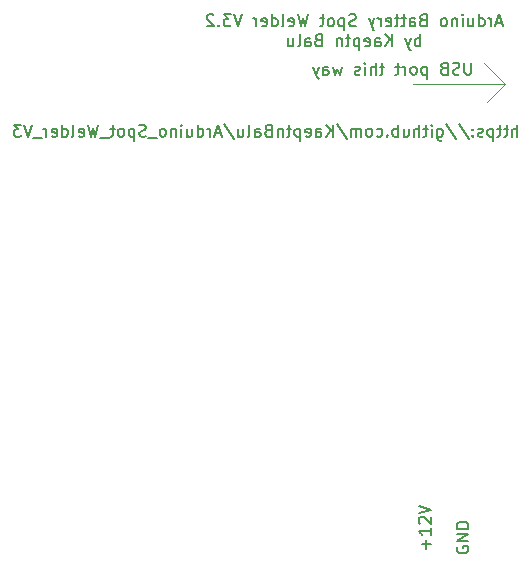
<source format=gbr>
G04 #@! TF.FileFunction,Legend,Bot*
%FSLAX46Y46*%
G04 Gerber Fmt 4.6, Leading zero omitted, Abs format (unit mm)*
G04 Created by KiCad (PCBNEW 4.0.4-stable) date 01/17/18 19:17:24*
%MOMM*%
%LPD*%
G01*
G04 APERTURE LIST*
%ADD10C,0.100000*%
%ADD11C,0.200000*%
G04 APERTURE END LIST*
D10*
D11*
X110700000Y-124161904D02*
X110652381Y-124257142D01*
X110652381Y-124399999D01*
X110700000Y-124542857D01*
X110795238Y-124638095D01*
X110890476Y-124685714D01*
X111080952Y-124733333D01*
X111223810Y-124733333D01*
X111414286Y-124685714D01*
X111509524Y-124638095D01*
X111604762Y-124542857D01*
X111652381Y-124399999D01*
X111652381Y-124304761D01*
X111604762Y-124161904D01*
X111557143Y-124114285D01*
X111223810Y-124114285D01*
X111223810Y-124304761D01*
X111652381Y-123685714D02*
X110652381Y-123685714D01*
X111652381Y-123114285D01*
X110652381Y-123114285D01*
X111652381Y-122638095D02*
X110652381Y-122638095D01*
X110652381Y-122400000D01*
X110700000Y-122257142D01*
X110795238Y-122161904D01*
X110890476Y-122114285D01*
X111080952Y-122066666D01*
X111223810Y-122066666D01*
X111414286Y-122114285D01*
X111509524Y-122161904D01*
X111604762Y-122257142D01*
X111652381Y-122400000D01*
X111652381Y-122638095D01*
X108071429Y-124361905D02*
X108071429Y-123600000D01*
X108452381Y-123980952D02*
X107690476Y-123980952D01*
X108452381Y-122600000D02*
X108452381Y-123171429D01*
X108452381Y-122885715D02*
X107452381Y-122885715D01*
X107595238Y-122980953D01*
X107690476Y-123076191D01*
X107738095Y-123171429D01*
X107547619Y-122219048D02*
X107500000Y-122171429D01*
X107452381Y-122076191D01*
X107452381Y-121838095D01*
X107500000Y-121742857D01*
X107547619Y-121695238D01*
X107642857Y-121647619D01*
X107738095Y-121647619D01*
X107880952Y-121695238D01*
X108452381Y-122266667D01*
X108452381Y-121647619D01*
X107452381Y-121361905D02*
X108452381Y-121028572D01*
X107452381Y-120695238D01*
D10*
X114750000Y-85000000D02*
X113250000Y-86500000D01*
X113000000Y-83250000D02*
X114750000Y-85000000D01*
X114750000Y-85000000D02*
X113000000Y-83250000D01*
X107000000Y-85000000D02*
X114750000Y-85000000D01*
D11*
X111892858Y-83202381D02*
X111892858Y-84011905D01*
X111845239Y-84107143D01*
X111797620Y-84154762D01*
X111702382Y-84202381D01*
X111511905Y-84202381D01*
X111416667Y-84154762D01*
X111369048Y-84107143D01*
X111321429Y-84011905D01*
X111321429Y-83202381D01*
X110892858Y-84154762D02*
X110750001Y-84202381D01*
X110511905Y-84202381D01*
X110416667Y-84154762D01*
X110369048Y-84107143D01*
X110321429Y-84011905D01*
X110321429Y-83916667D01*
X110369048Y-83821429D01*
X110416667Y-83773810D01*
X110511905Y-83726190D01*
X110702382Y-83678571D01*
X110797620Y-83630952D01*
X110845239Y-83583333D01*
X110892858Y-83488095D01*
X110892858Y-83392857D01*
X110845239Y-83297619D01*
X110797620Y-83250000D01*
X110702382Y-83202381D01*
X110464286Y-83202381D01*
X110321429Y-83250000D01*
X109559524Y-83678571D02*
X109416667Y-83726190D01*
X109369048Y-83773810D01*
X109321429Y-83869048D01*
X109321429Y-84011905D01*
X109369048Y-84107143D01*
X109416667Y-84154762D01*
X109511905Y-84202381D01*
X109892858Y-84202381D01*
X109892858Y-83202381D01*
X109559524Y-83202381D01*
X109464286Y-83250000D01*
X109416667Y-83297619D01*
X109369048Y-83392857D01*
X109369048Y-83488095D01*
X109416667Y-83583333D01*
X109464286Y-83630952D01*
X109559524Y-83678571D01*
X109892858Y-83678571D01*
X108130953Y-83535714D02*
X108130953Y-84535714D01*
X108130953Y-83583333D02*
X108035715Y-83535714D01*
X107845238Y-83535714D01*
X107750000Y-83583333D01*
X107702381Y-83630952D01*
X107654762Y-83726190D01*
X107654762Y-84011905D01*
X107702381Y-84107143D01*
X107750000Y-84154762D01*
X107845238Y-84202381D01*
X108035715Y-84202381D01*
X108130953Y-84154762D01*
X107083334Y-84202381D02*
X107178572Y-84154762D01*
X107226191Y-84107143D01*
X107273810Y-84011905D01*
X107273810Y-83726190D01*
X107226191Y-83630952D01*
X107178572Y-83583333D01*
X107083334Y-83535714D01*
X106940476Y-83535714D01*
X106845238Y-83583333D01*
X106797619Y-83630952D01*
X106750000Y-83726190D01*
X106750000Y-84011905D01*
X106797619Y-84107143D01*
X106845238Y-84154762D01*
X106940476Y-84202381D01*
X107083334Y-84202381D01*
X106321429Y-84202381D02*
X106321429Y-83535714D01*
X106321429Y-83726190D02*
X106273810Y-83630952D01*
X106226191Y-83583333D01*
X106130953Y-83535714D01*
X106035714Y-83535714D01*
X105845238Y-83535714D02*
X105464286Y-83535714D01*
X105702381Y-83202381D02*
X105702381Y-84059524D01*
X105654762Y-84154762D01*
X105559524Y-84202381D01*
X105464286Y-84202381D01*
X104511904Y-83535714D02*
X104130952Y-83535714D01*
X104369047Y-83202381D02*
X104369047Y-84059524D01*
X104321428Y-84154762D01*
X104226190Y-84202381D01*
X104130952Y-84202381D01*
X103797618Y-84202381D02*
X103797618Y-83202381D01*
X103369046Y-84202381D02*
X103369046Y-83678571D01*
X103416665Y-83583333D01*
X103511903Y-83535714D01*
X103654761Y-83535714D01*
X103749999Y-83583333D01*
X103797618Y-83630952D01*
X102892856Y-84202381D02*
X102892856Y-83535714D01*
X102892856Y-83202381D02*
X102940475Y-83250000D01*
X102892856Y-83297619D01*
X102845237Y-83250000D01*
X102892856Y-83202381D01*
X102892856Y-83297619D01*
X102464285Y-84154762D02*
X102369047Y-84202381D01*
X102178571Y-84202381D01*
X102083332Y-84154762D01*
X102035713Y-84059524D01*
X102035713Y-84011905D01*
X102083332Y-83916667D01*
X102178571Y-83869048D01*
X102321428Y-83869048D01*
X102416666Y-83821429D01*
X102464285Y-83726190D01*
X102464285Y-83678571D01*
X102416666Y-83583333D01*
X102321428Y-83535714D01*
X102178571Y-83535714D01*
X102083332Y-83583333D01*
X100940475Y-83535714D02*
X100749999Y-84202381D01*
X100559522Y-83726190D01*
X100369046Y-84202381D01*
X100178570Y-83535714D01*
X99369046Y-84202381D02*
X99369046Y-83678571D01*
X99416665Y-83583333D01*
X99511903Y-83535714D01*
X99702380Y-83535714D01*
X99797618Y-83583333D01*
X99369046Y-84154762D02*
X99464284Y-84202381D01*
X99702380Y-84202381D01*
X99797618Y-84154762D01*
X99845237Y-84059524D01*
X99845237Y-83964286D01*
X99797618Y-83869048D01*
X99702380Y-83821429D01*
X99464284Y-83821429D01*
X99369046Y-83773810D01*
X98988094Y-83535714D02*
X98749999Y-84202381D01*
X98511903Y-83535714D02*
X98749999Y-84202381D01*
X98845237Y-84440476D01*
X98892856Y-84488095D01*
X98988094Y-84535714D01*
X115785717Y-89452381D02*
X115785717Y-88452381D01*
X115357145Y-89452381D02*
X115357145Y-88928571D01*
X115404764Y-88833333D01*
X115500002Y-88785714D01*
X115642860Y-88785714D01*
X115738098Y-88833333D01*
X115785717Y-88880952D01*
X115023812Y-88785714D02*
X114642860Y-88785714D01*
X114880955Y-88452381D02*
X114880955Y-89309524D01*
X114833336Y-89404762D01*
X114738098Y-89452381D01*
X114642860Y-89452381D01*
X114452383Y-88785714D02*
X114071431Y-88785714D01*
X114309526Y-88452381D02*
X114309526Y-89309524D01*
X114261907Y-89404762D01*
X114166669Y-89452381D01*
X114071431Y-89452381D01*
X113738097Y-88785714D02*
X113738097Y-89785714D01*
X113738097Y-88833333D02*
X113642859Y-88785714D01*
X113452382Y-88785714D01*
X113357144Y-88833333D01*
X113309525Y-88880952D01*
X113261906Y-88976190D01*
X113261906Y-89261905D01*
X113309525Y-89357143D01*
X113357144Y-89404762D01*
X113452382Y-89452381D01*
X113642859Y-89452381D01*
X113738097Y-89404762D01*
X112880954Y-89404762D02*
X112785716Y-89452381D01*
X112595240Y-89452381D01*
X112500001Y-89404762D01*
X112452382Y-89309524D01*
X112452382Y-89261905D01*
X112500001Y-89166667D01*
X112595240Y-89119048D01*
X112738097Y-89119048D01*
X112833335Y-89071429D01*
X112880954Y-88976190D01*
X112880954Y-88928571D01*
X112833335Y-88833333D01*
X112738097Y-88785714D01*
X112595240Y-88785714D01*
X112500001Y-88833333D01*
X112023811Y-89357143D02*
X111976192Y-89404762D01*
X112023811Y-89452381D01*
X112071430Y-89404762D01*
X112023811Y-89357143D01*
X112023811Y-89452381D01*
X112023811Y-88833333D02*
X111976192Y-88880952D01*
X112023811Y-88928571D01*
X112071430Y-88880952D01*
X112023811Y-88833333D01*
X112023811Y-88928571D01*
X110833335Y-88404762D02*
X111690478Y-89690476D01*
X109785716Y-88404762D02*
X110642859Y-89690476D01*
X109023811Y-88785714D02*
X109023811Y-89595238D01*
X109071430Y-89690476D01*
X109119049Y-89738095D01*
X109214288Y-89785714D01*
X109357145Y-89785714D01*
X109452383Y-89738095D01*
X109023811Y-89404762D02*
X109119049Y-89452381D01*
X109309526Y-89452381D01*
X109404764Y-89404762D01*
X109452383Y-89357143D01*
X109500002Y-89261905D01*
X109500002Y-88976190D01*
X109452383Y-88880952D01*
X109404764Y-88833333D01*
X109309526Y-88785714D01*
X109119049Y-88785714D01*
X109023811Y-88833333D01*
X108547621Y-89452381D02*
X108547621Y-88785714D01*
X108547621Y-88452381D02*
X108595240Y-88500000D01*
X108547621Y-88547619D01*
X108500002Y-88500000D01*
X108547621Y-88452381D01*
X108547621Y-88547619D01*
X108214288Y-88785714D02*
X107833336Y-88785714D01*
X108071431Y-88452381D02*
X108071431Y-89309524D01*
X108023812Y-89404762D01*
X107928574Y-89452381D01*
X107833336Y-89452381D01*
X107500002Y-89452381D02*
X107500002Y-88452381D01*
X107071430Y-89452381D02*
X107071430Y-88928571D01*
X107119049Y-88833333D01*
X107214287Y-88785714D01*
X107357145Y-88785714D01*
X107452383Y-88833333D01*
X107500002Y-88880952D01*
X106166668Y-88785714D02*
X106166668Y-89452381D01*
X106595240Y-88785714D02*
X106595240Y-89309524D01*
X106547621Y-89404762D01*
X106452383Y-89452381D01*
X106309525Y-89452381D01*
X106214287Y-89404762D01*
X106166668Y-89357143D01*
X105690478Y-89452381D02*
X105690478Y-88452381D01*
X105690478Y-88833333D02*
X105595240Y-88785714D01*
X105404763Y-88785714D01*
X105309525Y-88833333D01*
X105261906Y-88880952D01*
X105214287Y-88976190D01*
X105214287Y-89261905D01*
X105261906Y-89357143D01*
X105309525Y-89404762D01*
X105404763Y-89452381D01*
X105595240Y-89452381D01*
X105690478Y-89404762D01*
X104785716Y-89357143D02*
X104738097Y-89404762D01*
X104785716Y-89452381D01*
X104833335Y-89404762D01*
X104785716Y-89357143D01*
X104785716Y-89452381D01*
X103880954Y-89404762D02*
X103976192Y-89452381D01*
X104166669Y-89452381D01*
X104261907Y-89404762D01*
X104309526Y-89357143D01*
X104357145Y-89261905D01*
X104357145Y-88976190D01*
X104309526Y-88880952D01*
X104261907Y-88833333D01*
X104166669Y-88785714D01*
X103976192Y-88785714D01*
X103880954Y-88833333D01*
X103309526Y-89452381D02*
X103404764Y-89404762D01*
X103452383Y-89357143D01*
X103500002Y-89261905D01*
X103500002Y-88976190D01*
X103452383Y-88880952D01*
X103404764Y-88833333D01*
X103309526Y-88785714D01*
X103166668Y-88785714D01*
X103071430Y-88833333D01*
X103023811Y-88880952D01*
X102976192Y-88976190D01*
X102976192Y-89261905D01*
X103023811Y-89357143D01*
X103071430Y-89404762D01*
X103166668Y-89452381D01*
X103309526Y-89452381D01*
X102547621Y-89452381D02*
X102547621Y-88785714D01*
X102547621Y-88880952D02*
X102500002Y-88833333D01*
X102404764Y-88785714D01*
X102261906Y-88785714D01*
X102166668Y-88833333D01*
X102119049Y-88928571D01*
X102119049Y-89452381D01*
X102119049Y-88928571D02*
X102071430Y-88833333D01*
X101976192Y-88785714D01*
X101833335Y-88785714D01*
X101738097Y-88833333D01*
X101690478Y-88928571D01*
X101690478Y-89452381D01*
X100500002Y-88404762D02*
X101357145Y-89690476D01*
X100166669Y-89452381D02*
X100166669Y-88452381D01*
X99595240Y-89452381D02*
X100023812Y-88880952D01*
X99595240Y-88452381D02*
X100166669Y-89023810D01*
X98738097Y-89452381D02*
X98738097Y-88928571D01*
X98785716Y-88833333D01*
X98880954Y-88785714D01*
X99071431Y-88785714D01*
X99166669Y-88833333D01*
X98738097Y-89404762D02*
X98833335Y-89452381D01*
X99071431Y-89452381D01*
X99166669Y-89404762D01*
X99214288Y-89309524D01*
X99214288Y-89214286D01*
X99166669Y-89119048D01*
X99071431Y-89071429D01*
X98833335Y-89071429D01*
X98738097Y-89023810D01*
X97880954Y-89404762D02*
X97976192Y-89452381D01*
X98166669Y-89452381D01*
X98261907Y-89404762D01*
X98309526Y-89309524D01*
X98309526Y-88928571D01*
X98261907Y-88833333D01*
X98166669Y-88785714D01*
X97976192Y-88785714D01*
X97880954Y-88833333D01*
X97833335Y-88928571D01*
X97833335Y-89023810D01*
X98309526Y-89119048D01*
X97404764Y-88785714D02*
X97404764Y-89785714D01*
X97404764Y-88833333D02*
X97309526Y-88785714D01*
X97119049Y-88785714D01*
X97023811Y-88833333D01*
X96976192Y-88880952D01*
X96928573Y-88976190D01*
X96928573Y-89261905D01*
X96976192Y-89357143D01*
X97023811Y-89404762D01*
X97119049Y-89452381D01*
X97309526Y-89452381D01*
X97404764Y-89404762D01*
X96642859Y-88785714D02*
X96261907Y-88785714D01*
X96500002Y-88452381D02*
X96500002Y-89309524D01*
X96452383Y-89404762D01*
X96357145Y-89452381D01*
X96261907Y-89452381D01*
X95928573Y-88785714D02*
X95928573Y-89452381D01*
X95928573Y-88880952D02*
X95880954Y-88833333D01*
X95785716Y-88785714D01*
X95642858Y-88785714D01*
X95547620Y-88833333D01*
X95500001Y-88928571D01*
X95500001Y-89452381D01*
X94690477Y-88928571D02*
X94547620Y-88976190D01*
X94500001Y-89023810D01*
X94452382Y-89119048D01*
X94452382Y-89261905D01*
X94500001Y-89357143D01*
X94547620Y-89404762D01*
X94642858Y-89452381D01*
X95023811Y-89452381D01*
X95023811Y-88452381D01*
X94690477Y-88452381D01*
X94595239Y-88500000D01*
X94547620Y-88547619D01*
X94500001Y-88642857D01*
X94500001Y-88738095D01*
X94547620Y-88833333D01*
X94595239Y-88880952D01*
X94690477Y-88928571D01*
X95023811Y-88928571D01*
X93595239Y-89452381D02*
X93595239Y-88928571D01*
X93642858Y-88833333D01*
X93738096Y-88785714D01*
X93928573Y-88785714D01*
X94023811Y-88833333D01*
X93595239Y-89404762D02*
X93690477Y-89452381D01*
X93928573Y-89452381D01*
X94023811Y-89404762D01*
X94071430Y-89309524D01*
X94071430Y-89214286D01*
X94023811Y-89119048D01*
X93928573Y-89071429D01*
X93690477Y-89071429D01*
X93595239Y-89023810D01*
X92976192Y-89452381D02*
X93071430Y-89404762D01*
X93119049Y-89309524D01*
X93119049Y-88452381D01*
X92166667Y-88785714D02*
X92166667Y-89452381D01*
X92595239Y-88785714D02*
X92595239Y-89309524D01*
X92547620Y-89404762D01*
X92452382Y-89452381D01*
X92309524Y-89452381D01*
X92214286Y-89404762D01*
X92166667Y-89357143D01*
X90976191Y-88404762D02*
X91833334Y-89690476D01*
X90690477Y-89166667D02*
X90214286Y-89166667D01*
X90785715Y-89452381D02*
X90452382Y-88452381D01*
X90119048Y-89452381D01*
X89785715Y-89452381D02*
X89785715Y-88785714D01*
X89785715Y-88976190D02*
X89738096Y-88880952D01*
X89690477Y-88833333D01*
X89595239Y-88785714D01*
X89500000Y-88785714D01*
X88738095Y-89452381D02*
X88738095Y-88452381D01*
X88738095Y-89404762D02*
X88833333Y-89452381D01*
X89023810Y-89452381D01*
X89119048Y-89404762D01*
X89166667Y-89357143D01*
X89214286Y-89261905D01*
X89214286Y-88976190D01*
X89166667Y-88880952D01*
X89119048Y-88833333D01*
X89023810Y-88785714D01*
X88833333Y-88785714D01*
X88738095Y-88833333D01*
X87833333Y-88785714D02*
X87833333Y-89452381D01*
X88261905Y-88785714D02*
X88261905Y-89309524D01*
X88214286Y-89404762D01*
X88119048Y-89452381D01*
X87976190Y-89452381D01*
X87880952Y-89404762D01*
X87833333Y-89357143D01*
X87357143Y-89452381D02*
X87357143Y-88785714D01*
X87357143Y-88452381D02*
X87404762Y-88500000D01*
X87357143Y-88547619D01*
X87309524Y-88500000D01*
X87357143Y-88452381D01*
X87357143Y-88547619D01*
X86880953Y-88785714D02*
X86880953Y-89452381D01*
X86880953Y-88880952D02*
X86833334Y-88833333D01*
X86738096Y-88785714D01*
X86595238Y-88785714D01*
X86500000Y-88833333D01*
X86452381Y-88928571D01*
X86452381Y-89452381D01*
X85833334Y-89452381D02*
X85928572Y-89404762D01*
X85976191Y-89357143D01*
X86023810Y-89261905D01*
X86023810Y-88976190D01*
X85976191Y-88880952D01*
X85928572Y-88833333D01*
X85833334Y-88785714D01*
X85690476Y-88785714D01*
X85595238Y-88833333D01*
X85547619Y-88880952D01*
X85500000Y-88976190D01*
X85500000Y-89261905D01*
X85547619Y-89357143D01*
X85595238Y-89404762D01*
X85690476Y-89452381D01*
X85833334Y-89452381D01*
X85309524Y-89547619D02*
X84547619Y-89547619D01*
X84357143Y-89404762D02*
X84214286Y-89452381D01*
X83976190Y-89452381D01*
X83880952Y-89404762D01*
X83833333Y-89357143D01*
X83785714Y-89261905D01*
X83785714Y-89166667D01*
X83833333Y-89071429D01*
X83880952Y-89023810D01*
X83976190Y-88976190D01*
X84166667Y-88928571D01*
X84261905Y-88880952D01*
X84309524Y-88833333D01*
X84357143Y-88738095D01*
X84357143Y-88642857D01*
X84309524Y-88547619D01*
X84261905Y-88500000D01*
X84166667Y-88452381D01*
X83928571Y-88452381D01*
X83785714Y-88500000D01*
X83357143Y-88785714D02*
X83357143Y-89785714D01*
X83357143Y-88833333D02*
X83261905Y-88785714D01*
X83071428Y-88785714D01*
X82976190Y-88833333D01*
X82928571Y-88880952D01*
X82880952Y-88976190D01*
X82880952Y-89261905D01*
X82928571Y-89357143D01*
X82976190Y-89404762D01*
X83071428Y-89452381D01*
X83261905Y-89452381D01*
X83357143Y-89404762D01*
X82309524Y-89452381D02*
X82404762Y-89404762D01*
X82452381Y-89357143D01*
X82500000Y-89261905D01*
X82500000Y-88976190D01*
X82452381Y-88880952D01*
X82404762Y-88833333D01*
X82309524Y-88785714D01*
X82166666Y-88785714D01*
X82071428Y-88833333D01*
X82023809Y-88880952D01*
X81976190Y-88976190D01*
X81976190Y-89261905D01*
X82023809Y-89357143D01*
X82071428Y-89404762D01*
X82166666Y-89452381D01*
X82309524Y-89452381D01*
X81690476Y-88785714D02*
X81309524Y-88785714D01*
X81547619Y-88452381D02*
X81547619Y-89309524D01*
X81500000Y-89404762D01*
X81404762Y-89452381D01*
X81309524Y-89452381D01*
X81214285Y-89547619D02*
X80452380Y-89547619D01*
X80309523Y-88452381D02*
X80071428Y-89452381D01*
X79880951Y-88738095D01*
X79690475Y-89452381D01*
X79452380Y-88452381D01*
X78690475Y-89404762D02*
X78785713Y-89452381D01*
X78976190Y-89452381D01*
X79071428Y-89404762D01*
X79119047Y-89309524D01*
X79119047Y-88928571D01*
X79071428Y-88833333D01*
X78976190Y-88785714D01*
X78785713Y-88785714D01*
X78690475Y-88833333D01*
X78642856Y-88928571D01*
X78642856Y-89023810D01*
X79119047Y-89119048D01*
X78071428Y-89452381D02*
X78166666Y-89404762D01*
X78214285Y-89309524D01*
X78214285Y-88452381D01*
X77261903Y-89452381D02*
X77261903Y-88452381D01*
X77261903Y-89404762D02*
X77357141Y-89452381D01*
X77547618Y-89452381D01*
X77642856Y-89404762D01*
X77690475Y-89357143D01*
X77738094Y-89261905D01*
X77738094Y-88976190D01*
X77690475Y-88880952D01*
X77642856Y-88833333D01*
X77547618Y-88785714D01*
X77357141Y-88785714D01*
X77261903Y-88833333D01*
X76404760Y-89404762D02*
X76499998Y-89452381D01*
X76690475Y-89452381D01*
X76785713Y-89404762D01*
X76833332Y-89309524D01*
X76833332Y-88928571D01*
X76785713Y-88833333D01*
X76690475Y-88785714D01*
X76499998Y-88785714D01*
X76404760Y-88833333D01*
X76357141Y-88928571D01*
X76357141Y-89023810D01*
X76833332Y-89119048D01*
X75928570Y-89452381D02*
X75928570Y-88785714D01*
X75928570Y-88976190D02*
X75880951Y-88880952D01*
X75833332Y-88833333D01*
X75738094Y-88785714D01*
X75642855Y-88785714D01*
X75547617Y-89547619D02*
X74785712Y-89547619D01*
X74690474Y-88452381D02*
X74357141Y-89452381D01*
X74023807Y-88452381D01*
X73785712Y-88452381D02*
X73166664Y-88452381D01*
X73499998Y-88833333D01*
X73357140Y-88833333D01*
X73261902Y-88880952D01*
X73214283Y-88928571D01*
X73166664Y-89023810D01*
X73166664Y-89261905D01*
X73214283Y-89357143D01*
X73261902Y-89404762D01*
X73357140Y-89452381D01*
X73642855Y-89452381D01*
X73738093Y-89404762D01*
X73785712Y-89357143D01*
X114500002Y-79816667D02*
X114023811Y-79816667D01*
X114595240Y-80102381D02*
X114261907Y-79102381D01*
X113928573Y-80102381D01*
X113595240Y-80102381D02*
X113595240Y-79435714D01*
X113595240Y-79626190D02*
X113547621Y-79530952D01*
X113500002Y-79483333D01*
X113404764Y-79435714D01*
X113309525Y-79435714D01*
X112547620Y-80102381D02*
X112547620Y-79102381D01*
X112547620Y-80054762D02*
X112642858Y-80102381D01*
X112833335Y-80102381D01*
X112928573Y-80054762D01*
X112976192Y-80007143D01*
X113023811Y-79911905D01*
X113023811Y-79626190D01*
X112976192Y-79530952D01*
X112928573Y-79483333D01*
X112833335Y-79435714D01*
X112642858Y-79435714D01*
X112547620Y-79483333D01*
X111642858Y-79435714D02*
X111642858Y-80102381D01*
X112071430Y-79435714D02*
X112071430Y-79959524D01*
X112023811Y-80054762D01*
X111928573Y-80102381D01*
X111785715Y-80102381D01*
X111690477Y-80054762D01*
X111642858Y-80007143D01*
X111166668Y-80102381D02*
X111166668Y-79435714D01*
X111166668Y-79102381D02*
X111214287Y-79150000D01*
X111166668Y-79197619D01*
X111119049Y-79150000D01*
X111166668Y-79102381D01*
X111166668Y-79197619D01*
X110690478Y-79435714D02*
X110690478Y-80102381D01*
X110690478Y-79530952D02*
X110642859Y-79483333D01*
X110547621Y-79435714D01*
X110404763Y-79435714D01*
X110309525Y-79483333D01*
X110261906Y-79578571D01*
X110261906Y-80102381D01*
X109642859Y-80102381D02*
X109738097Y-80054762D01*
X109785716Y-80007143D01*
X109833335Y-79911905D01*
X109833335Y-79626190D01*
X109785716Y-79530952D01*
X109738097Y-79483333D01*
X109642859Y-79435714D01*
X109500001Y-79435714D01*
X109404763Y-79483333D01*
X109357144Y-79530952D01*
X109309525Y-79626190D01*
X109309525Y-79911905D01*
X109357144Y-80007143D01*
X109404763Y-80054762D01*
X109500001Y-80102381D01*
X109642859Y-80102381D01*
X107785715Y-79578571D02*
X107642858Y-79626190D01*
X107595239Y-79673810D01*
X107547620Y-79769048D01*
X107547620Y-79911905D01*
X107595239Y-80007143D01*
X107642858Y-80054762D01*
X107738096Y-80102381D01*
X108119049Y-80102381D01*
X108119049Y-79102381D01*
X107785715Y-79102381D01*
X107690477Y-79150000D01*
X107642858Y-79197619D01*
X107595239Y-79292857D01*
X107595239Y-79388095D01*
X107642858Y-79483333D01*
X107690477Y-79530952D01*
X107785715Y-79578571D01*
X108119049Y-79578571D01*
X106690477Y-80102381D02*
X106690477Y-79578571D01*
X106738096Y-79483333D01*
X106833334Y-79435714D01*
X107023811Y-79435714D01*
X107119049Y-79483333D01*
X106690477Y-80054762D02*
X106785715Y-80102381D01*
X107023811Y-80102381D01*
X107119049Y-80054762D01*
X107166668Y-79959524D01*
X107166668Y-79864286D01*
X107119049Y-79769048D01*
X107023811Y-79721429D01*
X106785715Y-79721429D01*
X106690477Y-79673810D01*
X106357144Y-79435714D02*
X105976192Y-79435714D01*
X106214287Y-79102381D02*
X106214287Y-79959524D01*
X106166668Y-80054762D01*
X106071430Y-80102381D01*
X105976192Y-80102381D01*
X105785715Y-79435714D02*
X105404763Y-79435714D01*
X105642858Y-79102381D02*
X105642858Y-79959524D01*
X105595239Y-80054762D01*
X105500001Y-80102381D01*
X105404763Y-80102381D01*
X104690476Y-80054762D02*
X104785714Y-80102381D01*
X104976191Y-80102381D01*
X105071429Y-80054762D01*
X105119048Y-79959524D01*
X105119048Y-79578571D01*
X105071429Y-79483333D01*
X104976191Y-79435714D01*
X104785714Y-79435714D01*
X104690476Y-79483333D01*
X104642857Y-79578571D01*
X104642857Y-79673810D01*
X105119048Y-79769048D01*
X104214286Y-80102381D02*
X104214286Y-79435714D01*
X104214286Y-79626190D02*
X104166667Y-79530952D01*
X104119048Y-79483333D01*
X104023810Y-79435714D01*
X103928571Y-79435714D01*
X103690476Y-79435714D02*
X103452381Y-80102381D01*
X103214285Y-79435714D02*
X103452381Y-80102381D01*
X103547619Y-80340476D01*
X103595238Y-80388095D01*
X103690476Y-80435714D01*
X102119047Y-80054762D02*
X101976190Y-80102381D01*
X101738094Y-80102381D01*
X101642856Y-80054762D01*
X101595237Y-80007143D01*
X101547618Y-79911905D01*
X101547618Y-79816667D01*
X101595237Y-79721429D01*
X101642856Y-79673810D01*
X101738094Y-79626190D01*
X101928571Y-79578571D01*
X102023809Y-79530952D01*
X102071428Y-79483333D01*
X102119047Y-79388095D01*
X102119047Y-79292857D01*
X102071428Y-79197619D01*
X102023809Y-79150000D01*
X101928571Y-79102381D01*
X101690475Y-79102381D01*
X101547618Y-79150000D01*
X101119047Y-79435714D02*
X101119047Y-80435714D01*
X101119047Y-79483333D02*
X101023809Y-79435714D01*
X100833332Y-79435714D01*
X100738094Y-79483333D01*
X100690475Y-79530952D01*
X100642856Y-79626190D01*
X100642856Y-79911905D01*
X100690475Y-80007143D01*
X100738094Y-80054762D01*
X100833332Y-80102381D01*
X101023809Y-80102381D01*
X101119047Y-80054762D01*
X100071428Y-80102381D02*
X100166666Y-80054762D01*
X100214285Y-80007143D01*
X100261904Y-79911905D01*
X100261904Y-79626190D01*
X100214285Y-79530952D01*
X100166666Y-79483333D01*
X100071428Y-79435714D01*
X99928570Y-79435714D01*
X99833332Y-79483333D01*
X99785713Y-79530952D01*
X99738094Y-79626190D01*
X99738094Y-79911905D01*
X99785713Y-80007143D01*
X99833332Y-80054762D01*
X99928570Y-80102381D01*
X100071428Y-80102381D01*
X99452380Y-79435714D02*
X99071428Y-79435714D01*
X99309523Y-79102381D02*
X99309523Y-79959524D01*
X99261904Y-80054762D01*
X99166666Y-80102381D01*
X99071428Y-80102381D01*
X98071427Y-79102381D02*
X97833332Y-80102381D01*
X97642855Y-79388095D01*
X97452379Y-80102381D01*
X97214284Y-79102381D01*
X96452379Y-80054762D02*
X96547617Y-80102381D01*
X96738094Y-80102381D01*
X96833332Y-80054762D01*
X96880951Y-79959524D01*
X96880951Y-79578571D01*
X96833332Y-79483333D01*
X96738094Y-79435714D01*
X96547617Y-79435714D01*
X96452379Y-79483333D01*
X96404760Y-79578571D01*
X96404760Y-79673810D01*
X96880951Y-79769048D01*
X95833332Y-80102381D02*
X95928570Y-80054762D01*
X95976189Y-79959524D01*
X95976189Y-79102381D01*
X95023807Y-80102381D02*
X95023807Y-79102381D01*
X95023807Y-80054762D02*
X95119045Y-80102381D01*
X95309522Y-80102381D01*
X95404760Y-80054762D01*
X95452379Y-80007143D01*
X95499998Y-79911905D01*
X95499998Y-79626190D01*
X95452379Y-79530952D01*
X95404760Y-79483333D01*
X95309522Y-79435714D01*
X95119045Y-79435714D01*
X95023807Y-79483333D01*
X94166664Y-80054762D02*
X94261902Y-80102381D01*
X94452379Y-80102381D01*
X94547617Y-80054762D01*
X94595236Y-79959524D01*
X94595236Y-79578571D01*
X94547617Y-79483333D01*
X94452379Y-79435714D01*
X94261902Y-79435714D01*
X94166664Y-79483333D01*
X94119045Y-79578571D01*
X94119045Y-79673810D01*
X94595236Y-79769048D01*
X93690474Y-80102381D02*
X93690474Y-79435714D01*
X93690474Y-79626190D02*
X93642855Y-79530952D01*
X93595236Y-79483333D01*
X93499998Y-79435714D01*
X93404759Y-79435714D01*
X92452378Y-79102381D02*
X92119045Y-80102381D01*
X91785711Y-79102381D01*
X91547616Y-79102381D02*
X90928568Y-79102381D01*
X91261902Y-79483333D01*
X91119044Y-79483333D01*
X91023806Y-79530952D01*
X90976187Y-79578571D01*
X90928568Y-79673810D01*
X90928568Y-79911905D01*
X90976187Y-80007143D01*
X91023806Y-80054762D01*
X91119044Y-80102381D01*
X91404759Y-80102381D01*
X91499997Y-80054762D01*
X91547616Y-80007143D01*
X90499997Y-80007143D02*
X90452378Y-80054762D01*
X90499997Y-80102381D01*
X90547616Y-80054762D01*
X90499997Y-80007143D01*
X90499997Y-80102381D01*
X90071426Y-79197619D02*
X90023807Y-79150000D01*
X89928569Y-79102381D01*
X89690473Y-79102381D01*
X89595235Y-79150000D01*
X89547616Y-79197619D01*
X89499997Y-79292857D01*
X89499997Y-79388095D01*
X89547616Y-79530952D01*
X90119045Y-80102381D01*
X89499997Y-80102381D01*
X107595239Y-81802381D02*
X107595239Y-80802381D01*
X107595239Y-81183333D02*
X107500001Y-81135714D01*
X107309524Y-81135714D01*
X107214286Y-81183333D01*
X107166667Y-81230952D01*
X107119048Y-81326190D01*
X107119048Y-81611905D01*
X107166667Y-81707143D01*
X107214286Y-81754762D01*
X107309524Y-81802381D01*
X107500001Y-81802381D01*
X107595239Y-81754762D01*
X106785715Y-81135714D02*
X106547620Y-81802381D01*
X106309524Y-81135714D02*
X106547620Y-81802381D01*
X106642858Y-82040476D01*
X106690477Y-82088095D01*
X106785715Y-82135714D01*
X105166667Y-81802381D02*
X105166667Y-80802381D01*
X104595238Y-81802381D02*
X105023810Y-81230952D01*
X104595238Y-80802381D02*
X105166667Y-81373810D01*
X103738095Y-81802381D02*
X103738095Y-81278571D01*
X103785714Y-81183333D01*
X103880952Y-81135714D01*
X104071429Y-81135714D01*
X104166667Y-81183333D01*
X103738095Y-81754762D02*
X103833333Y-81802381D01*
X104071429Y-81802381D01*
X104166667Y-81754762D01*
X104214286Y-81659524D01*
X104214286Y-81564286D01*
X104166667Y-81469048D01*
X104071429Y-81421429D01*
X103833333Y-81421429D01*
X103738095Y-81373810D01*
X102880952Y-81754762D02*
X102976190Y-81802381D01*
X103166667Y-81802381D01*
X103261905Y-81754762D01*
X103309524Y-81659524D01*
X103309524Y-81278571D01*
X103261905Y-81183333D01*
X103166667Y-81135714D01*
X102976190Y-81135714D01*
X102880952Y-81183333D01*
X102833333Y-81278571D01*
X102833333Y-81373810D01*
X103309524Y-81469048D01*
X102404762Y-81135714D02*
X102404762Y-82135714D01*
X102404762Y-81183333D02*
X102309524Y-81135714D01*
X102119047Y-81135714D01*
X102023809Y-81183333D01*
X101976190Y-81230952D01*
X101928571Y-81326190D01*
X101928571Y-81611905D01*
X101976190Y-81707143D01*
X102023809Y-81754762D01*
X102119047Y-81802381D01*
X102309524Y-81802381D01*
X102404762Y-81754762D01*
X101642857Y-81135714D02*
X101261905Y-81135714D01*
X101500000Y-80802381D02*
X101500000Y-81659524D01*
X101452381Y-81754762D01*
X101357143Y-81802381D01*
X101261905Y-81802381D01*
X100928571Y-81135714D02*
X100928571Y-81802381D01*
X100928571Y-81230952D02*
X100880952Y-81183333D01*
X100785714Y-81135714D01*
X100642856Y-81135714D01*
X100547618Y-81183333D01*
X100499999Y-81278571D01*
X100499999Y-81802381D01*
X98928570Y-81278571D02*
X98785713Y-81326190D01*
X98738094Y-81373810D01*
X98690475Y-81469048D01*
X98690475Y-81611905D01*
X98738094Y-81707143D01*
X98785713Y-81754762D01*
X98880951Y-81802381D01*
X99261904Y-81802381D01*
X99261904Y-80802381D01*
X98928570Y-80802381D01*
X98833332Y-80850000D01*
X98785713Y-80897619D01*
X98738094Y-80992857D01*
X98738094Y-81088095D01*
X98785713Y-81183333D01*
X98833332Y-81230952D01*
X98928570Y-81278571D01*
X99261904Y-81278571D01*
X97833332Y-81802381D02*
X97833332Y-81278571D01*
X97880951Y-81183333D01*
X97976189Y-81135714D01*
X98166666Y-81135714D01*
X98261904Y-81183333D01*
X97833332Y-81754762D02*
X97928570Y-81802381D01*
X98166666Y-81802381D01*
X98261904Y-81754762D01*
X98309523Y-81659524D01*
X98309523Y-81564286D01*
X98261904Y-81469048D01*
X98166666Y-81421429D01*
X97928570Y-81421429D01*
X97833332Y-81373810D01*
X97214285Y-81802381D02*
X97309523Y-81754762D01*
X97357142Y-81659524D01*
X97357142Y-80802381D01*
X96404760Y-81135714D02*
X96404760Y-81802381D01*
X96833332Y-81135714D02*
X96833332Y-81659524D01*
X96785713Y-81754762D01*
X96690475Y-81802381D01*
X96547617Y-81802381D01*
X96452379Y-81754762D01*
X96404760Y-81707143D01*
M02*

</source>
